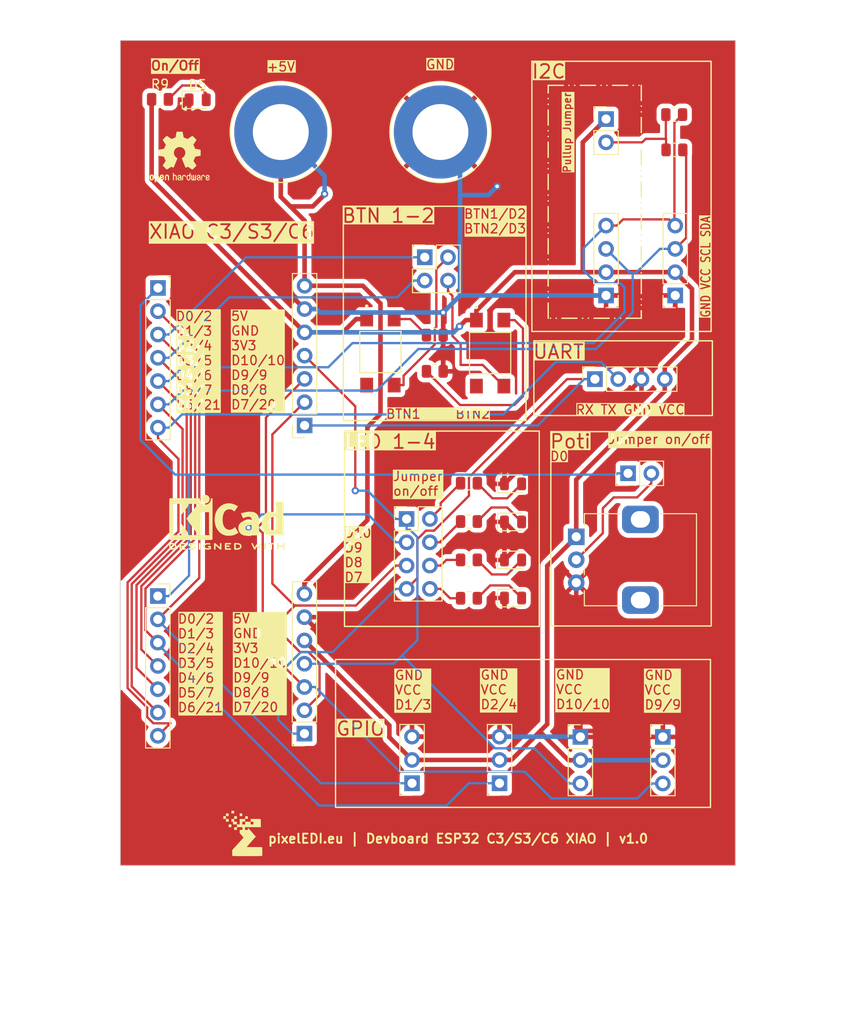
<source format=kicad_pcb>
(kicad_pcb (version 20240108) (generator "pcbnew") (generator_version "8.0")
  (title_block (title "pixelDEVBOARD für ATtiny x14") (date "2024-04-02") (rev "1.3") (company "pixelEDI.eu"))
  (layers (0 "F.Cu" signal) (31 "B.Cu" signal) (34 "B.Paste" user) (35 "F.Paste" user) (36 "B.SilkS" user "B.Silkscreen") (37 "F.SilkS" user "F.Silkscreen") (38 "B.Mask" user) (39 "F.Mask" user) (44 "Edge.Cuts" user))
  (net 0 "")
  (net 2 "D0")
  (net 4 "Net-(D1-A)")
  (net 5 "Net-(D2-A)")
  (net 6 "Net-(D3-A)")
  (net 7 "Net-(D4-A)")
  (net 8 "D4")
  (net 9 "D5")
  (net 10 "Net-(D5-A)")
  (net 11 "Button2")
  (net 12 "Button1")
  (net 13 "D1")
  (net 14 "D6")
  (net 15 "D10")
  (net 16 "D8")
  (net 17 "D9")
  (net 18 "+5V")
  (net 19 "D7")
  (net 20 "Net-(J9-Pin_2)")
  (net 21 "Net-(J13-Pin_2)")
  (net 22 "Net-(J13-Pin_4)")
  (net 23 "Net-(J14-Pin_4)")
  (net 24 "Net-(J14-Pin_2)")
  (net 25 "Net-(J14-Pin_8)")
  (net 26 "Net-(J14-Pin_6)")
  (net 27 "Net-(J17-Pin_2)")
  (net 28 "Net-(R3-Pad1)")
  (net 29 "Net-(R4-Pad1)")
  (net 30 "GND")
  (net 31 "+3.3V")
  (footprint "Connector_PinSocket_2.54mm:PinSocket_1x04_P2.54mm_Vertical" (layer "F.Cu") (at 87.121 57.311 90)
    (property "Reference" "J12" (hide yes))
    (property "Value" "Conn_01x04_Socket" (hide yes))
  )
  (footprint "Connector_PinHeader_2.54mm:PinHeader_2x04_P2.54mm_Vertical" (layer "F.Cu") (at 66.571 72.566)
    (property "Reference" "J14" (hide yes))
    (property "Value" "Conn_02x04_Odd_Even" (hide yes))
  )
  (footprint "Connector_PinHeader_2.54mm:PinHeader_1x02_P2.54mm_Vertical" (layer "F.Cu") (at 88.336 28.946)
    (property "Reference" "J9" (hide yes))
    (property "Value" "Conn_01x02_Pin" (hide yes))
  )
  (footprint "Connector_PinSocket_2.54mm:PinSocket_1x07_P2.54mm_Vertical" (layer "F.Cu") (at 39.418 80.973)
    (property "Reference" "J2" (hide yes))
    (property "Value" "Conn_01x07_Socket" (hide yes))
  )
  (footprint "Connector_PinSocket_2.54mm:PinSocket_1x07_P2.54mm_Vertical" (layer "F.Cu") (at 55.436 62.366 180)
    (property "Reference" "J3" (hide yes))
    (property "Value" "Conn_01x07_Socket" (hide yes))
  )
  (footprint "Connector_PinSocket_2.54mm:PinSocket_1x07_P2.54mm_Vertical" (layer "F.Cu") (at 55.418 95.973 180)
    (property "Reference" "J4" (hide yes))
    (property "Value" "Conn_01x07_Socket" (hide yes))
  )
  (footprint "Resistor_SMD:R_0805_2012Metric" (layer "F.Cu") (at 39.6535 26.801)
    (property "Reference" "R9")
    (property "Value" "110" (hide yes))
  )
  (footprint "Connector_PinHeader_2.54mm:PinHeader_1x04_P2.54mm_Vertical" (layer "F.Cu") (at 88.336 48.186 180)
    (property "Reference" "J6" (hide yes))
    (property "Value" "Conn_01x04_Socket" (hide yes))
  )
  (footprint "LED_SMD:LED_0805_2012Metric" (layer "F.Cu") (at 78.186 77.036)
    (property "Reference" "D3" (hide yes))
    (property "Value" "LED" (hide yes))
  )
  (footprint "Resistor_SMD:R_0805_2012Metric" (layer "F.Cu") (at 73.3735 68.661)
    (property "Reference" "R5" (hide yes))
    (property "Value" "100" (hide yes))
  )
  (footprint "LED_SMD:LED_0805_2012Metric" (layer "F.Cu") (at 43.7635 26.846)
    (property "Reference" "D5")
    (property "Value" "LED" (hide yes))
  )
  (footprint "Resistor_SMD:R_0805_2012Metric" (layer "F.Cu") (at 73.3735 81.211)
    (property "Reference" "R8" (hide yes))
    (property "Value" "100" (hide yes))
  )
  (footprint "Connector_PinSocket_2.54mm:PinSocket_1x03_P2.54mm_Vertical" (layer "F.Cu") (at 76.711 101.386 180)
    (property "Reference" "J11" (hide yes))
    (property "Value" "Conn_01x03_Socket" (hide yes))
  )
  (footprint "Connector_PinHeader_2.54mm:PinHeader_1x02_P2.54mm_Vertical" (layer "F.Cu") (at 90.736 67.586 90)
    (property "Reference" "J17" (hide yes))
    (property "Value" "Conn_01x02_Pin" (hide yes))
  )
  (footprint "TL3305AF160QG:SW_TL3305AF160QG" (layer "F.Cu") (at 75.686 54.4735 -90)
    (property "Reference" "S2" (hide yes))
    (property "Value" "Button" (hide yes))
  )
  (footprint "Connector_PinSocket_2.54mm:PinSocket_1x07_P2.54mm_Vertical" (layer "F.Cu") (at 39.436 47.366)
    (property "Reference" "J1" (hide yes))
    (property "Value" "Conn_01x07_Socket" (hide yes))
  )
  (footprint "Potentiometer_THT:Potentiometer_Alps_RK09K_Single_Vertical" (layer "F.Cu") (at 85.086 74.511)
    (property "Reference" "RV1" (hide yes))
    (property "Value" "R_Potentiometer" (hide yes))
  )
  (footprint "Resistor_SMD:R_0805_2012Metric" (layer "F.Cu") (at 69.6485 56.461)
    (property "Reference" "R3" (hide yes))
    (property "Value" "10k" (hide yes))
  )
  (footprint "Resistor_SMD:R_0805_2012Metric" (layer "F.Cu") (at 69.6485 52.511)
    (property "Reference" "R4" (hide yes))
    (property "Value" "10k" (hide yes))
  )
  (footprint "Connector:Banana_Jack_1Pin" (layer "F.Cu") (at 70.261 30.361)
    (property "Reference" "J16" (hide yes))
    (property "Value" "Conn_01x01_Socket" (hide yes))
  )
  (footprint "LED_SMD:LED_0805_2012Metric" (layer "F.Cu") (at 78.186 68.736)
    (property "Reference" "D1" (hide yes))
    (property "Value" "LED" (hide yes))
  )
  (footprint "TL3305AF160QG:SW_TL3305AF160QG" (layer "F.Cu") (at 63.711 54.361 -90)
    (property "Reference" "S1" (hide yes))
    (property "Value" "Button" (hide yes))
  )
  (footprint "Symbol:OSHW-Logo2_7.3x6mm_SilkScreen" (layer "F.Cu") (at 41.793 33.088)
    (property "Reference" "REF**" (hide yes))
    (property "Value" "OSHW-Logo2_7.3x6mm_SilkScreen" (hide yes))
  )
  (footprint "Connector_PinSocket_2.54mm:PinSocket_1x03_P2.54mm_Vertical" (layer "F.Cu") (at 67.161 101.386 180)
    (property "Reference" "J8" (hide yes))
    (property "Value" "Conn_01x03_Socket" (hide yes))
  )
  (footprint "LED_SMD:LED_0805_2012Metric" (layer "F.Cu") (at 78.186 72.886)
    (property "Reference" "D2" (hide yes))
    (property "Value" "LED" (hide yes))
  )
  (footprint "Connector:Banana_Jack_1Pin" (layer "F.Cu") (at 52.836 30.361)
    (property "Reference" "J15" (hide yes))
    (property "Value" "Conn_01x01_Socket" (hide yes))
  )
  (footprint "Resistor_SMD:R_0805_2012Metric" (layer "F.Cu") (at 95.7985 32.311)
    (property "Reference" "R2" (hide yes))
    (property "Value" "4.7k" (hide yes))
  )
  (footprint "Connector_PinHeader_2.54mm:PinHeader_1x03_P2.54mm_Vertical" (layer "F.Cu") (at 94.536 96.336)
    (property "Reference" "J10" (hide yes))
    (property "Value" "Conn_01x03_Pin" (hide yes))
  )
  (footprint "LED_SMD:LED_0805_2012Metric" (layer "F.Cu") (at 78.186 81.186)
    (property "Reference" "D4" (hide yes))
    (property "Value" "LED" (hide yes))
  )
  (footprint "Resistor_SMD:R_0805_2012Metric" (layer "F.Cu") (at 73.3735 77.0277)
    (property "Reference" "R7" (hide yes))
    (property "Value" "100" (hide yes))
  )
  (footprint "Resistor_SMD:R_0805_2012Metric" (layer "F.Cu") (at 95.7735 28.461)
    (property "Reference" "R1" (hide yes))
    (property "Value" "4.7k" (hide yes))
  )
  (footprint "pixelEDIlogo:logo" (layer "F.Cu") (at 48.893 106.863)
    (property "Reference" "G***" (hide yes))
    (property "Value" "LOGO" (hide yes))
  )
  (footprint "Symbol:KiCad-Logo2_5mm_SilkScreen" (layer "F.Cu") (at 46.943 72.913)
    (property "Reference" "REF**" (hide yes))
    (property "Value" "KiCad-Logo2_5mm_SilkScreen" (hide yes))
  )
  (footprint "Connector_PinSocket_2.54mm:PinSocket_1x04_P2.54mm_Vertical" (layer "F.Cu") (at 95.886 48.186 180)
    (property "Reference" "J5" (hide yes))
    (property "Value" "Conn_01x04_Socket" (hide yes))
  )
  (footprint "Resistor_SMD:R_0805_2012Metric" (layer "F.Cu") (at 73.3735 72.8443)
    (property "Reference" "R6" (hide yes))
    (property "Value" "100" (hide yes))
  )
  (footprint "Connector_PinHeader_2.54mm:PinHeader_1x03_P2.54mm_Vertical" (layer "F.Cu") (at 85.536 96.336)
    (property "Reference" "J7" (hide yes))
    (property "Value" "Conn_01x03_Pin" (hide yes))
  )
  (footprint "Connector_PinHeader_2.54mm:PinHeader_2x02_P2.54mm_Vertical" (layer "F.Cu") (at 68.546 44.021)
    (property "Reference" "J13" (hide yes))
    (property "Value" "Conn_02x02_Odd_Even" (hide yes))
  )
  (gr_rect (start 59.661 38.461) (end 79.6 61.829) (stroke (width 0.15)) (fill none) (layer "F.SilkS"))
  (gr_rect (start 82.311 63.036) (end 99.8135 84.235568) (stroke (width 0.15)) (fill none) (layer "F.SilkS"))
  (gr_rect (start 80.243 22.648) (end 99.801 52.112) (stroke (width 0.15)) (fill none) (layer "F.SilkS"))
  (gr_rect (start 58.815 87.889) (end 99.731 104.018) (stroke (width 0.15)) (fill none) (layer "F.SilkS"))
  (gr_rect (start 59.788 62.979) (end 81.0465 84.282568) (stroke (width 0.15)) (fill none) (layer "F.SilkS"))
  (gr_rect (start 82.021 25.271) (end 92.181 50.671) (stroke (width 0.15) (type dash_dot_dot)) (fill none) (layer "F.SilkS"))
  (gr_rect (start 80.461 53.136) (end 99.9405 61.281568) (stroke (width 0.15)) (fill none) (layer "F.SilkS"))
  (gr_rect (start 35.318 20.363) (end 102.463 110.363) (stroke (width 0.1)) (fill none) (layer "Edge.Cuts"))
  (gr_text "GND VCC SCL SDA" (at 99.801 50.671 90) (layer "F.SilkS" knockout) (effects (font (size 1 0.8)) (justify left bottom)))
  (gr_text "BTN1/D2\nBTN2/D3" (at 72.743 41.488 0) (layer "F.SilkS" knockout) (effects (font (size 1 1)) (justify left bottom)))
  (gr_text "GND" (at 68.611 23.586 0) (layer "F.SilkS" knockout) (effects (font (size 1 1)) (justify left bottom)))
  (gr_text "D0/2\nD1/3\nD2/4\nD3/5\nD4/6\nD5/7\nD6/21" (at 41.294 60.709 0) (layer "F.SilkS" knockout) (effects (font (size 1 1)) (justify left bottom)))
  (gr_text "D0/2\nD1/3\nD2/4\nD3/5\nD4/6\nD5/7\nD6/21" (at 41.511 93.711 0) (layer "F.SilkS" knockout) (effects (font (size 1 1)) (justify left bottom)))
  (gr_text "LED 1-4" (at 59.661 65.011 0) (layer "F.SilkS" knockout) (effects (font (size 1.5 1.5) (thickness 0.2) (bold yes)) (justify left bottom)))
  (gr_text "5V\nGND\n3V3\nD10/10\nD9/9\nD8/8\nD7/20" (at 47.329 60.684 0) (layer "F.SilkS" knockout) (effects (font (size 1 1)) (justify left bottom)))
  (gr_text "GND\nVCC\nD9/9" (at 92.461 93.411 0) (layer "F.SilkS" knockout) (effects (font (size 1 1)) (justify left bottom)))
  (gr_text "Pullup Jumper" (at 84.561 34.889 90) (layer "F.SilkS" knockout) (effects (font (size 0.8 0.8)) (justify left bottom)))
  (gr_text "GPIO " (at 58.761 96.311 0) (layer "F.SilkS" knockout) (effects (font (size 1.5 1.5) (thickness 0.2) (bold yes)) (justify left bottom)))
  (gr_text "Poti" (at 82.1055 64.986 0) (layer "F.SilkS" knockout) (effects (font (size 1.5 1.5) (thickness 0.2) (bold yes)) (justify left bottom)))
  (gr_text "D0" (at 82.1385 66.317 0) (layer "F.SilkS" knockout) (effects (font (size 1 1)) (justify left bottom)))
  (gr_text "Jumper\non/off\n" (at 65.011 70.108568 0) (layer "F.SilkS" knockout) (effects (font (size 1 1)) (justify left bottom)))
  (gr_text "UART" (at 80.2555 55.203136 0) (layer "F.SilkS" knockout) (effects (font (size 1.5 1.5) (thickness 0.2) (bold yes)) (justify left bottom)))
  (gr_text "RX TX GND VCC" (at 84.942 61.232136 0) (layer "F.SilkS" knockout) (effects (font (size 1 1)) (justify left bottom)))
  (gr_text "GND\nVCC\nD1/3" (at 65.211 93.411 0) (layer "F.SilkS" knockout) (effects (font (size 1 1)) (justify left bottom)))
  (gr_text "BTN 1-2" (at 59.407 40.366 0) (layer "F.SilkS" knockout) (effects (font (size 1.5 1.5) (thickness 0.2) (bold yes)) (justify left bottom)))
  (gr_text "D10\nD9\nD8\nD7" (at 59.7095 79.506568 0) (layer "F.SilkS" knockout) (effects (font (size 1 1)) (justify left bottom)))
  (gr_text "pixelEDI.eu | Devboard ESP32 C3/S3/C6 XIAO | v1.0\n" (at 51.343 108.013 0) (layer "F.SilkS") (effects (font (size 1 1) (thickness 0.2) (bold yes)) (justify left bottom)))
  (gr_text "XIAO C3/S3/C6" (at 47.486 42.111 0) (layer "F.SilkS" knockout) (effects (font (size 1.5 1.5) (thickness 0.2) (bold yes)) (justify bottom)))
  (gr_text "GND\nVCC\nD2/4" (at 74.561 93.386 0) (layer "F.SilkS" knockout) (effects (font (size 1 1)) (justify left bottom)))
  (gr_text "I2C" (at 80.116 24.641 0) (layer "F.SilkS" knockout) (effects (font (size 1.5 1.5) (thickness 0.2) (bold yes)) (justify left bottom)))
  (gr_text "+5V\n" (at 51.236 23.836 0) (layer "F.SilkS" knockout) (effects (font (size 1 1)) (justify left bottom)))
  (gr_text "BTN1     BTN2" (at 64.233 61.702 0) (layer "F.SilkS" knockout) (effects (font (size 1 1)) (justify left bottom)))
  (gr_text "5V\nGND\n3V3\nD10/10\nD9/9\nD8/8\nD7/20" (at 47.546 93.686 0) (layer "F.SilkS" knockout) (effects (font (size 1 1)) (justify left bottom)))
  (gr_text "On/Off" (at 38.561 23.711 0) (layer "F.SilkS" knockout) (effects (font (size 1 1) (thickness 0.2) (bold yes)) (justify left bottom)))
  (gr_text "Jumper on/off\n" (at 88.511 64.461 0) (layer "F.SilkS" knockout) (effects (font (size 1 1)) (justify left bottom)))
  (gr_text "GND\nVCC\nD10/10" (at 82.786 93.361 0) (layer "F.SilkS" knockout) (effects (font (size 1 1)) (justify left bottom)))
  (segment (start 39.418 80.973) (end 40.5947 80.973) (width 0.25) (layer "B.Cu") (net 2))
  (segment (start 37.518 49.284) (end 37.518 63.938) (width 0.25) (layer "B.Cu") (net 2))
  (segment (start 42.8305 78.7372) (end 40.5947 80.973) (width 0.25) (layer "B.Cu") (net 2))
  (segment (start 41.3042 67.7242) (end 42.8305 67.7242) (width 0.25) (layer "B.Cu") (net 2))
  (segment (start 90.736 67.586) (end 89.5593 67.586) (width 0.25) (layer "B.Cu") (net 2))
  (segment (start 89.4211 67.7242) (end 89.5593 67.586) (width 0.25) (layer "B.Cu") (net 2))
  (segment (start 42.8305 67.7242) (end 89.4211 67.7242) (width 0.25) (layer "B.Cu") (net 2))
  (segment (start 37.518 63.938) (end 41.3042 67.7242) (width 0.25) (layer "B.Cu") (net 2))
  (segment (start 42.8305 67.7242) (end 42.8305 78.7372) (width 0.25) (layer "B.Cu") (net 2))
  (segment (start 39.436 47.366) (end 37.518 49.284) (width 0.25) (layer "B.Cu") (net 2))
  (segment (start 79.1235 68.736) (end 77.5465 70.313) (width 0.25) (layer "F.Cu") (net 4))
  (segment (start 75.938 70.313) (end 74.286 68.661) (width 0.25) (layer "F.Cu") (net 4))
  (segment (start 77.5465 70.313) (end 75.938 70.313) (width 0.25) (layer "F.Cu") (net 4))
  (segment (start 75.8173 71.313) (end 74.286 72.8443) (width 0.25) (layer "F.Cu") (net 5))
  (segment (start 77.5505 71.313) (end 75.8173 71.313) (width 0.25) (layer "F.Cu") (net 5))
  (segment (start 79.1235 72.886) (end 77.5505 71.313) (width 0.25) (layer "F.Cu") (net 5))
  (segment (start 79.1235 77.036) (end 77.5465 78.613) (width 0.25) (layer "F.Cu") (net 6))
  (segment (start 77.5465 78.613) (end 75.8713 78.613) (width 0.25) (layer "F.Cu") (net 6))
  (segment (start 75.8713 78.613) (end 74.286 77.0277) (width 0.25) (layer "F.Cu") (net 6))
  (segment (start 75.684 79.813) (end 74.286 81.211) (width 0.25) (layer "F.Cu") (net 7))
  (segment (start 77.7505 79.813) (end 75.684 79.813) (width 0.25) (layer "F.Cu") (net 7))
  (segment (start 79.1235 81.186) (end 77.7505 79.813) (width 0.25) (layer "F.Cu") (net 7))
  (segment (start 95.7985 29.3485) (end 96.686 28.461) (width 0.25) (layer "F.Cu") (net 8))
  (segment (start 95.886 40.566) (end 95.7985 40.4785) (width 0.25) (layer "F.Cu") (net 8))
  (segment (start 37.093 79.778) (end 42.568 74.303) (width 0.25) (layer "F.Cu") (net 8))
  (segment (start 37.093 88.808) (end 37.093 79.778) (width 0.25) (layer "F.Cu") (net 8))
  (segment (start 42.568 74.303) (end 42.568 60.658) (width 0.25) (layer "F.Cu") (net 8))
  (segment (start 95.7985 40.4785) (end 95.7985 29.3485) (width 0.25) (layer "F.Cu") (net 8))
  (segment (start 90.1886 39.8901) (end 89.5127 40.566) (width 0.25) (layer "F.Cu") (net 8))
  (segment (start 42.568 60.658) (end 39.436 57.526) (width 0.25) (layer "F.Cu") (net 8))
  (segment (start 95.2101 39.8901) (end 90.1886 39.8901) (width 0.25) (layer "F.Cu") (net 8))
  (segment (start 89.5127 40.566) (end 88.336 40.566) (width 0.25) (layer "F.Cu") (net 8))
  (segment (start 39.418 91.133) (end 37.093 88.808) (width 0.25) (layer "F.Cu") (net 8))
  (segment (start 95.886 40.566) (end 95.2101 39.8901) (width 0.25) (layer "F.Cu") (net 8))
  (segment (start 90.343 50.013) (end 86.9748 53.3812) (width 0.25) (layer "B.Cu") (net 8))
  (segment (start 40.6127 57.526) (end 39.436 57.526) (width 0.25) (layer "B.Cu") (net 8))
  (segment (start 60.6604 53.3812) (end 58.0256 56.016) (width 0.25) (layer "B.Cu") (net 8))
  (segment (start 90.343 47.313) (end 90.343 50.013) (width 0.25) (layer "B.Cu") (net 8))
  (segment (start 87.293 46.863) (end 89.893 46.863) (width 0.25) (layer "B.Cu") (net 8))
  (segment (start 85.893 45.463) (end 87.293 46.863) (width 0.25) (layer "B.Cu") (net 8))
  (segment (start 42.1227 56.016) (end 40.6127 57.526) (width 0.25) (layer "B.Cu") (net 8))
  (segment (start 58.0256 56.016) (end 42.1227 56.016) (width 0.25) (layer "B.Cu") (net 8))
  (segment (start 88.336 40.566) (end 85.893 43.009) (width 0.25) (layer "B.Cu") (net 8))
  (segment (start 86.9748 53.3812) (end 60.6604 53.3812) (width 0.25) (layer "B.Cu") (net 8))
  (segment (start 89.893 46.863) (end 90.343 47.313) (width 0.25) (layer "B.Cu") (net 8))
  (segment (start 85.893 43.009) (end 85.893 45.463) (width 0.25) (layer "B.Cu") (net 8))
  (segment (start 36.568 90.823) (end 36.568 79.666604) (width 0.25) (layer "F.Cu") (net 9))
  (segment (start 97.0759 41.9161) (end 97.0759 32.6759) (width 0.25) (layer "F.Cu") (net 9))
  (segment (start 42.118 74.116604) (end 42.118 62.748) (width 0.25) (layer "F.Cu") (net 9))
  (segment (start 39.418 93.673) (end 36.568 90.823) (width 0.25) (layer "F.Cu") (net 9))
  (segment (start 42.118 62.748) (end 39.436 60.066) (width 0.25) (layer "F.Cu") (net 9))
  (segment (start 95.886 43.106) (end 97.0759 41.9161) (width 0.25) (layer "F.Cu") (net 9))
  (segment (start 36.568 79.666604) (end 42.118 74.116604) (width 0.25) (layer "F.Cu") (net 9))
  (segment (start 97.0759 32.6759) (end 96.711 32.311) (width 0.25) (layer "F.Cu") (net 9))
  (segment (start 42.1227 58.556) (end 63.3162 58.556) (width 0.25) (layer "B.Cu") (net 9))
  (segment (start 91.243 45.663) (end 90.893 45.663) (width 0.25) (layer "B.Cu") (net 9))
  (segment (start 87.2598 54.0212) (end 91.243 50.038) (width 0.25) (layer "B.Cu") (net 9))
  (segment (start 91.243 50.038) (end 91.243 45.663) (width 0.25) (layer "B.Cu") (net 9))
  (segment (start 95.886 43.106) (end 94.225 43.106) (width 0.25) (layer "B.Cu") (net 9))
  (segment (start 90.893 45.663) (end 88.336 43.106) (width 0.25) (layer "B.Cu") (net 9))
  (segment (start 94.225 43.106) (end 91.668 45.663) (width 0.25) (layer "B.Cu") (net 9))
  (segment (start 40.6127 60.066) (end 42.1227 58.556) (width 0.25) (layer "B.Cu") (net 9))
  (segment (start 39.436 60.066) (end 40.6127 60.066) (width 0.25) (layer "B.Cu") (net 9))
  (segment (start 67.851 54.0212) (end 87.2598 54.0212) (width 0.25) (layer "B.Cu") (net 9))
  (segment (start 91.668 45.663) (end 91.243 45.663) (width 0.25) (layer "B.Cu") (net 9))
  (segment (start 63.3162 58.556) (end 67.851 54.0212) (width 0.25) (layer "B.Cu") (net 9))
  (segment (start 44.701 26.171) (end 43.818 25.288) (width 0.25) (layer "F.Cu") (net 10))
  (segment (start 42.079 25.288) (end 40.566 26.801) (width 0.25) (layer "F.Cu") (net 10))
  (segment (start 43.818 25.288) (end 42.079 25.288) (width 0.25) (layer "F.Cu") (net 10))
  (segment (start 44.701 26.846) (end 44.701 26.171) (width 0.25) (layer "F.Cu") (net 10))
  (segment (start 39.418 88.593) (end 37.618 86.793) (width 0.25) (layer "F.Cu") (net 11))
  (segment (start 43.018 74.4939) (end 43.018 58.568) (width 0.25) (layer "F.Cu") (net 11))
  (segment (start 37.618 86.793) (end 37.618 79.8939) (width 0.25) (layer "F.Cu") (net 11))
  (segment (start 43.018 58.568) (end 39.436 54.986) (width 0.25) (layer "F.Cu") (net 11))
  (segment (start 37.618 79.8939) (end 43.018 74.4939) (width 0.25) (layer "F.Cu") (net 11))
  (segment (start 65.5343 48.396) (end 47.2027 48.396) (width 0.25) (layer "B.Cu") (net 11))
  (segment (start 68.546 46.561) (end 67.3693 46.561) (width 0.25) (layer "B.Cu") (net 11))
  (segment (start 67.3693 46.561) (end 65.5343 48.396) (width 0.25) (layer "B.Cu") (net 11))
  (segment (start 47.2027 48.396) (end 40.6127 54.986) (width 0.25) (layer "B.Cu") (net 11))
  (segment (start 39.436 54.986) (end 40.6127 54.986) (width 0.25) (layer "B.Cu") (net 11))
  (segment (start 39.418 86.053) (end 38.068 84.703) (width 0.25) (layer "F.Cu") (net 12))
  (segment (start 43.493 74.7286) (end 43.493 56.503) (width 0.25) (layer "F.Cu") (net 12))
  (segment (start 38.068 84.703) (end 38.068 80.1536) (width 0.25) (layer "F.Cu") (net 12))
  (segment (start 43.493 56.503) (end 39.436 52.446) (width 0.25) (layer "F.Cu") (net 12))
  (segment (start 38.068 80.1536) (end 43.493 74.7286) (width 0.25) (layer "F.Cu") (net 12))
  (segment (start 73.3697 101.386) (end 76.711 101.386) (width 0.25) (layer "B.Cu") (net 12))
  (segment (start 39.418 86.053) (end 39.418 86.213) (width 0.25) (layer "B.Cu") (net 12))
  (segment (start 49.0377 44.021) (end 40.6127 52.446) (width 0.25) (layer "B.Cu") (net 12))
  (segment (start 39.418 86.213) (end 57.018 103.813) (width 0.25) (layer "B.Cu") (net 12))
  (segment (start 39.436 52.446) (end 40.6127 52.446) (width 0.25) (layer "B.Cu") (net 12))
  (segment (start 57.018 103.813) (end 70.9427 103.813) (width 0.25) (layer "B.Cu") (net 12))
  (segment (start 68.546 44.021) (end 49.0377 44.021) (width 0.25) (layer "B.Cu") (net 12))
  (segment (start 70.9427 103.813) (end 73.3697 101.386) (width 0.25) (layer "B.Cu") (net 12))
  (segment (start 39.418 83.513) (end 43.943 78.988) (width 0.25) (layer "F.Cu") (net 13))
  (segment (start 43.943 54.413) (end 39.436 49.906) (width 0.25) (layer "F.Cu") (net 13))
  (segment (start 43.943 78.988) (end 43.943 54.413) (width 0.25) (layer "F.Cu") (net 13))
  (segment (start 67.161 101.386) (end 57.216 101.386) (width 0.25) (layer "B.Cu") (net 13))
  (segment (start 57.216 101.386) (end 39.418 83.588) (width 0.25) (layer "B.Cu") (net 13))
  (segment (start 39.418 83.588) (end 39.418 83.513) (width 0.25) (layer "B.Cu") (net 13))
  (segment (start 38.931299 94.848) (end 38.243 94.159701) (width 0.25) (layer "F.Cu") (net 14))
  (segment (start 38.243 93.186299) (end 38.268951 93.160347) (width 0.25) (layer "F.Cu") (net 14))
  (segment (start 38.243 94.159701) (end 38.243 93.186299) (width 0.25) (layer "F.Cu") (net 14))
  (segment (start 36.118 79.480208) (end 41.668 73.930208) (width 0.25) (layer "F.Cu") (net 14))
  (segment (start 38.268951 93.160347) (end 36.118 91.009396) (width 0.25) (layer "F.Cu") (net 14))
  (segment (start 40.783 94.848) (end 38.931299 94.848) (width 0.25) (layer "F.Cu") (net 14))
  (segment (start 41.668 66.0147) (end 39.436 63.7827) (width 0.25) (layer "F.Cu") (net 14))
  (segment (start 39.418 96.213) (end 40.783 94.848) (width 0.25) (layer "F.Cu") (net 14))
  (segment (start 41.668 73.930208) (end 41.668 66.0147) (width 0.25) (layer "F.Cu") (net 14))
  (segment (start 36.118 91.009396) (end 36.118 79.480208) (width 0.25) (layer "F.Cu") (net 14))
  (segment (start 39.436 63.7827) (end 39.436 62.606) (width 0.25) (layer "F.Cu") (net 14))
  (segment (start 87.788 55.438) (end 82.8463 55.438) (width 0.25) (layer "B.Cu") (net 14))
  (segment (start 82.8463 55.438) (end 77.1231 61.1612) (width 0.25) (layer "B.Cu") (net 14))
  (segment (start 77.1231 61.1612) (end 42.0575 61.1612) (width 0.25) (layer "B.Cu") (net 14))
  (segment (start 40.6127 62.606) (end 39.436 62.606) (width 0.25) (layer "B.Cu") (net 14))
  (segment (start 89.661 57.311) (end 87.788 55.438) (width 0.25) (layer "B.Cu") (net 14))
  (segment (start 42.0575 61.1612) (end 40.6127 62.606) (width 0.25) (layer "B.Cu") (net 14))
  (segment (start 60.9678 60.2778) (end 60.9678 69.478) (width 0.25) (layer "F.Cu") (net 15))
  (segment (start 55.436 54.746) (end 60.9678 60.2778) (width 0.25) (layer "F.Cu") (net 15))
  (via (at 60.9678 69.478) (size 0.8) (drill 0.4) (layers "F.Cu" "B.Cu") (net 15))
  (segment (start 85.536 101.416) (end 84.3593 101.416) (width 0.25) (layer "B.Cu") (net 15))
  (segment (start 84.3593 101.416) (end 80.5193 97.576) (width 0.25) (layer "B.Cu") (net 15))
  (segment (start 62.3063 69.478) (end 65.3943 72.566) (width 0.25) (layer "B.Cu") (net 15))
  (segment (start 66.9388 73.7427) (end 66.571 73.7427) (width 0.25) (layer "B.Cu") (net 15))
  (segment (start 66.0855 87.4416) (end 67.7477 85.7794) (width 0.25) (layer "B.Cu") (net 15))
  (segment (start 60.9678 69.478) (end 62.3063 69.478) (width 0.25) (layer "B.Cu") (net 15))
  (segment (start 80.5193 97.576) (end 76.2199 97.576) (width 0.25) (layer "B.Cu") (net 15))
  (segment (start 67.7477 85.7794) (end 67.7477 74.5516) (width 0.25) (layer "B.Cu") (net 15))
  (segment (start 66.571 72.566) (end 65.3943 72.566) (width 0.25) (layer "B.Cu") (net 15))
  (segment (start 76.2199 97.576) (end 66.0855 87.4416) (width 0.25) (layer "B.Cu") (net 15))
  (segment (start 67.7477 74.5516) (end 66.9388 73.7427) (width 0.25) (layer "B.Cu") (net 15))
  (segment (start 66.571 72.566) (end 66.571 73.7427) (width 0.25) (layer "B.Cu") (net 15))
  (segment (start 56.5947 88.353) (end 65.1741 88.353) (width 0.25) (layer "B.Cu") (net 15))
  (segment (start 55.418 88.353) (end 56.5947 88.353) (width 0.25) (layer "B.Cu") (net 15))
  (segment (start 65.1741 88.353) (end 66.0855 87.4416) (width 0.25) (layer "B.Cu") (net 15))
  (segment (start 54.9426 87.083) (end 53.243 85.3834) (width 0.25) (layer "F.Cu") (net 16))
  (segment (start 54.9439 82.003) (end 61.0373 82.003) (width 0.25) (layer "F.Cu") (net 16))
  (segment (start 57.068 88.3087) (end 55.8423 87.083) (width 0.25) (layer "F.Cu") (net 16))
  (segment (start 66.571 77.646) (end 65.3943 77.646) (width 0.25) (layer "F.Cu") (net 16))
  (segment (start 61.0373 82.003) (end 65.3943 77.646) (width 0.25) (layer "F.Cu") (net 16))
  (segment (start 55.8423 87.083) (end 54.9426 87.083) (width 0.25) (layer "F.Cu") (net 16))
  (segment (start 51.918 63.344) (end 51.918 79.613) (width 0.25) (layer "F.Cu") (net 16))
  (segment (start 55.418 93.433) (end 57.068 91.783) (width 0.25) (layer "F.Cu") (net 16))
  (segment (start 53.243 83.138) (end 54.378 82.003) (width 0.25) (layer "F.Cu") (net 16))
  (segment (start 57.068 91.783) (end 57.068 88.3087) (width 0.25) (layer "F.Cu") (net 16))
  (segment (start 51.918 79.613) (end 54.308 82.003) (width 0.25) (layer "F.Cu") (net 16))
  (segment (start 55.436 59.826) (end 51.918 63.344) (width 0.25) (layer "F.Cu") (net 16))
  (segment (start 54.308 82.003) (end 54.9439 82.003) (width 0.25) (layer "F.Cu") (net 16))
  (segment (start 54.378 82.003) (end 54.9439 82.003) (width 0.25) (layer "F.Cu") (net 16))
  (segment (start 53.243 85.3834) (end 53.243 83.138) (width 0.25) (layer "F.Cu") (net 16))
  (segment (start 55.436 57.286) (end 51.218 61.504) (width 0.25) (layer "F.Cu") (net 17))
  (segment (start 50.2803 73.513) (end 51.218 72.5753) (width 0.25) (layer "F.Cu") (net 17))
  (segment (start 49.318 73.513) (end 50.2803 73.513) (width 0.25) (layer "F.Cu") (net 17))
  (segment (start 49.3807 73.4503) (end 49.318 73.513) (width 0.25) (layer "F.Cu") (net 17))
  (segment (start 51.218 61.504) (end 51.218 72.5753) (width 0.25) (layer "F.Cu") (net 17))
  (segment (start 50.868 74.1007) (end 50.2803 73.513) (width 0.25) (layer "F.Cu") (net 17))
  (segment (start 50.868 86.343) (end 50.868 74.1007) (width 0.25) (layer "F.Cu") (net 17))
  (segment (start 55.418 90.893) (end 50.868 86.343) (width 0.25) (layer "F.Cu") (net 17))
  (via (at 49.318 73.513) (size 0.8) (drill 0.4) (layers "F.Cu" "B.Cu") (net 17))
  (segment (start 93.3593 101.416) (end 91.7373 103.038) (width 0.25) (layer "B.Cu") (net 17))
  (segment (start 50.768 72.063) (end 62.3513 72.063) (width 0.25) (layer "B.Cu") (net 17))
  (segment (start 56.5947 90.893) (end 55.418 90.893) (width 0.25) (layer "B.Cu") (net 17))
  (segment (start 65.8178 100.1161) (end 56.5947 90.893) (width 0.25) (layer "B.Cu") (net 17))
  (segment (start 94.536 101.416) (end 93.3593 101.416) (width 0.25) (layer "B.Cu") (net 17))
  (segment (start 49.318 73.513) (end 50.768 72.063) (width 0.25) (layer "B.Cu") (net 17))
  (segment (start 62.3513 72.063) (end 65.3943 75.106) (width 0.25) (layer "B.Cu") (net 17))
  (segment (start 79.4414 100.1161) (end 65.8178 100.1161) (width 0.25) (layer "B.Cu") (net 17))
  (segment (start 82.3633 103.038) (end 79.4414 100.1161) (width 0.25) (layer "B.Cu") (net 17))
  (segment (start 65.3943 75.106) (end 66.571 75.106) (width 0.25) (layer "B.Cu") (net 17))
  (segment (start 91.7373 103.038) (end 82.3633 103.038) (width 0.25) (layer "B.Cu") (net 17))
  (segment (start 62.293 62.538) (end 63.718 61.113) (width 0.5) (layer "F.Cu") (net 18))
  (segment (start 55.436 40.031) (end 55.436 47.126) (width 0.5) (layer "F.Cu") (net 18))
  (segment (start 57.618 37.188) (end 57.618 37.113) (width 0.5) (layer "F.Cu") (net 18))
  (segment (start 53.8805 38.4755) (end 56.3305 38.4755) (width 0.5) (layer "F.Cu") (net 18))
  (segment (start 56.3305 38.4755) (end 57.618 37.188) (width 0.5) (layer "F.Cu") (net 18))
  (segment (start 57.618 37.113) (end 57.693 37.113) (width 0.5) (layer "F.Cu") (net 18))
  (segment (start 52.836 30.361) (end 55.436 32.961) (width 0.25) (layer "F.Cu") (net 18))
  (segment (start 55.418 79.5563) (end 62.293 72.6813) (width 0.5) (layer "F.Cu") (net 18))
  (segment (start 61.781 47.126) (end 55.436 47.126) (width 0.5) (layer "F.Cu") (net 18))
  (segment (start 55.418 80.733) (end 55.418 79.5563) (width 0.5) (layer "F.Cu") (net 18))
  (segment (start 63.718 49.063) (end 61.781 47.126) (width 0.5) (layer "F.Cu") (net 18))
  (segment (start 53.8805 38.4755) (end 55.436 40.031) (width 0.5) (layer "F.Cu") (net 18))
  (segment (start 52.836 30.361) (end 52.836 37.431) (width 0.5) (layer "F.Cu") (net 18))
  (segment (start 63.718 61.113) (end 63.718 49.063) (width 0.5) (layer "F.Cu") (net 18))
  (segment (start 52.836 37.431) (end 53.8805 38.4755) (width 0.5) (layer "F.Cu") (net 18))
  (segment (start 62.293 72.6813) (end 62.293 62.538) (width 0.5) (layer "F.Cu") (net 18))
  (segment (start 57.693 37.113) (end 57.568 37.238) (width 0.5) (layer "F.Cu") (net 18))
  (via (at 57.618 37.113) (size 0.8) (drill 0.4) (layers "F.Cu" "B.Cu") (net 18))
  (segment (start 57.618 37.113) (end 57.618 35.143) (width 0.5) (layer "B.Cu") (net 18))
  (segment (start 57.618 35.143) (end 52.836 30.361) (width 0.5) (layer "B.Cu") (net 18))
  (segment (start 67.7477 74.7685) (end 68.6802 73.836) (width 0.25) (layer "F.Cu") (net 19))
  (segment (start 84.0824 57.311) (end 87.121 57.311) (width 0.25) (layer "F.Cu") (net 19))
  (segment (start 66.571 80.186) (end 67.7477 79.0093) (width 0.25) (layer "F.Cu") (net 19))
  (segment (start 68.6802 73.836) (end 69.5709 73.836) (width 0.25) (layer "F.Cu") (net 19))
  (segment (start 67.7477 79.0093) (end 67.7477 74.7685) (width 0.25) (layer "F.Cu") (net 19))
  (segment (start 73.3735 68.0199) (end 84.0824 57.311) (width 0.25) (layer "F.Cu") (net 19))
  (segment (start 69.5709 73.836) (end 73.3735 70.0334) (width 0.25) (layer "F.Cu") (net 19))
  (segment (start 73.3735 70.0334) (end 73.3735 68.0199) (width 0.25) (layer "F.Cu") (net 19))
  (segment (start 65.3943 80.186) (end 66.571 80.186) (width 0.25) (layer "B.Cu") (net 19))
  (segment (start 52.568 89.5352) (end 55.0202 87.083) (width 0.25) (layer "B.Cu") (net 19))
  (segment (start 80.8893 62.366) (end 55.436 62.366) (width 0.25) (layer "B.Cu") (net 19))
  (segment (start 55.0202 87.083) (end 58.4973 87.083) (width 0.25) (layer "B.Cu") (net 19))
  (segment (start 54.053 95.973) (end 52.568 94.488) (width 0.25) (layer "B.Cu") (net 19))
  (segment (start 58.4973 87.083) (end 65.3943 80.186) (width 0.25) (layer "B.Cu") (net 19))
  (segment (start 52.568 94.488) (end 52.568 89.5352) (width 0.25) (layer "B.Cu") (net 19))
  (segment (start 87.121 57.311) (end 85.9443 57.311) (width 0.25) (layer "B.Cu") (net 19))
  (segment (start 55.418 95.973) (end 54.053 95.973) (width 0.25) (layer "B.Cu") (net 19))
  (segment (start 85.9443 57.311) (end 80.8893 62.366) (width 0.25) (layer "B.Cu") (net 19))
  (segment (start 92.2855 31.486) (end 92.668 31.1035) (width 0.25) (layer "F.Cu") (net 20))
  (segment (start 94.886 32.311) (end 94.886 31.1285) (width 0.25) (layer "F.Cu") (net 20))
  (segment (start 88.336 31.486) (end 92.2855 31.486) (width 0.25) (layer "F.Cu") (net 20))
  (segment (start 94.861 28.461) (end 94.861 31.1035) (width 0.25) (layer "F.Cu") (net 20))
  (segment (start 94.861 31.1035) (end 92.668 31.1035) (width 0.25) (layer "F.Cu") (net 20))
  (segment (start 94.886 31.1285) (end 94.861 31.1035) (width 0.25) (layer "F.Cu") (net 20))
  (segment (start 71.086 44.021) (end 69.816 45.291) (width 0.25) (layer "F.Cu") (net 21))
  (segment (start 69.816 45.291) (end 69.816 51.6163) (width 0.25) (layer "F.Cu") (net 21))
  (segment (start 69.6485 51.7838) (end 69.6485 53.5235) (width 0.25) (layer "F.Cu") (net 21))
  (segment (start 66.2377 57.961) (end 65.211 57.961) (width 0.25) (layer "F.Cu") (net 21))
  (segment (start 69.816 51.6163) (end 69.6485 51.7838) (width 0.25) (layer "F.Cu") (net 21))
  (segment (start 66.2377 56.9343) (end 66.2377 57.961) (width 0.25) (layer "F.Cu") (net 21))
  (segment (start 69.6485 53.5235) (end 66.2377 56.9343) (width 0.25) (layer "F.Cu") (net 21))
  (segment (start 71.086 47.7377) (end 71.5738 48.2255) (width 0.25) (layer "F.Cu") (net 22))
  (segment (start 72.468 53.5072) (end 71.5738 52.613) (width 0.25) (layer "F.Cu") (net 22))
  (segment (start 71.5738 48.2255) (end 71.5738 52.613) (width 0.25) (layer "F.Cu") (net 22))
  (segment (start 77.186 58.0735) (end 74.8755 55.763) (width 0.25) (layer "F.Cu") (net 22))
  (segment (start 74.8755 55.763) (end 72.468 55.763) (width 0.25) (layer "F.Cu") (net 22))
  (segment (start 71.086 46.561) (end 71.086 47.7377) (width 0.25) (layer "F.Cu") (net 22))
  (segment (start 72.468 55.763) (end 72.468 53.5072) (width 0.25) (layer "F.Cu") (net 22))
  (segment (start 69.111 75.106) (end 70.2877 75.106) (width 0.25) (layer "F.Cu") (net 23))
  (segment (start 72.461 72.8443) (end 70.2877 75.0176) (width 0.25) (layer "F.Cu") (net 23))
  (segment (start 70.2877 75.0176) (end 70.2877 75.106) (width 0.25) (layer "F.Cu") (net 23))
  (segment (start 72.461 68.661) (end 70.2885 70.8335) (width 0.25) (layer "F.Cu") (net 24))
  (segment (start 70.2885 71.3885) (end 70.2885 70.8335) (width 0.25) (layer "F.Cu") (net 24))
  (segment (start 69.111 72.566) (end 70.2885 71.3885) (width 0.25) (layer "F.Cu") (net 24))
  (segment (start 72.461 81.211) (end 71.3127 81.211) (width 0.25) (layer "F.Cu") (net 25))
  (segment (start 71.3127 81.211) (end 70.2877 80.186) (width 0.25) (layer "F.Cu") (net 25))
  (segment (start 69.111 80.186) (end 70.2877 80.186) (width 0.25) (layer "F.Cu") (net 25))
  (segment (start 70.906 77.0277) (end 70.2877 77.646) (width 0.25) (layer "F.Cu") (net 26))
  (segment (start 72.461 77.0277) (end 70.906 77.0277) (width 0.25) (layer "F.Cu") (net 26))
  (segment (start 69.111 77.646) (end 70.2877 77.646) (width 0.25) (layer "F.Cu") (net 26))
  (segment (start 85.086 77.011) (end 87.9805 74.1165) (width 0.25) (layer "F.Cu") (net 27))
  (segment (start 93.276 67.586) (end 93.276 68.663) (width 0.25) (layer "F.Cu") (net 27))
  (segment (start 91.726 70.213) (end 89.168 70.213) (width 0.25) (layer "F.Cu") (net 27))
  (segment (start 87.9805 74.1165) (end 87.9805 71.4005) (width 0.25) (layer "F.Cu") (net 27))
  (segment (start 93.276 68.663) (end 91.726 70.213) (width 0.25) (layer "F.Cu") (net 27))
  (segment (start 89.168 70.213) (end 87.9805 71.4005) (width 0.25) (layer "F.Cu") (net 27))
  (segment (start 79.268 51.788) (end 79.268 59.188) (width 0.25) (layer "F.Cu") (net 28))
  (segment (start 77.186 50.8735) (end 78.3535 50.8735) (width 0.25) (layer "F.Cu") (net 28))
  (segment (start 72.413 60.138) (end 68.736 56.461) (width 0.25) (layer "F.Cu") (net 28))
  (segment (start 78.318 60.138) (end 72.413 60.138) (width 0.25) (layer "F.Cu") (net 28))
  (segment (start 79.268 59.188) (end 78.318 60.138) (width 0.25) (layer "F.Cu") (net 28))
  (segment (start 78.3535 50.8735) (end 79.268 51.788) (width 0.25) (layer "F.Cu") (net 28))
  (segment (start 65.211 50.761) (end 66.986 50.761) (width 0.25) (layer "F.Cu") (net 29))
  (segment (start 66.986 50.761) (end 68.736 52.511) (width 0.25) (layer "F.Cu") (net 29))
  (segment (start 81.9812 67.5308) (end 80.0675 67.5308) (width 0.5) (layer "F.Cu") (net 30))
  (segment (start 70.561 56.461) (end 70.561 52.511) (width 0.5) (layer "F.Cu") (net 30))
  (segment (start 76.711 95.0043) (end 77.2485 94.4668) (width 0.5) (layer "F.Cu") (net 30))
  (segment (start 77.2485 77.036) (end 79.0397 75.2448) (width 0.5) (layer "F.Cu") (net 30))
  (segment (start 79.0398 74.6772) (end 77.2485 72.886) (width 0.5) (layer "F.Cu") (net 30))
  (segment (start 79.0398 74.6772) (end 80.0675 73.6495) (width 0.5) (layer "F.Cu") (net 30))
  (segment (start 76.443 36.288) (end 76.188 36.288) (width 0.5) (layer "F.Cu") (net 30))
  (segment (start 76.188 36.288) (end 70.261 30.361) (width 0.5) (layer "F.Cu") (net 30))
  (segment (start 80.543 82.413) (end 80.543 76.7481) (width 0.5) (layer "F.Cu") (net 30))
  (segment (start 94.536 96.336) (end 93.2343 96.336) (width 0.5) (layer "F.Cu") (net 30))
  (segment (start 67.161 96.306) (end 67.161 95.0043) (width 0.5) (layer "F.Cu") (net 30))
  (segment (start 80.0675 73.6495) (end 80.0675 67.5308) (width 0.5) (layer "F.Cu") (net 30))
  (segment (start 41.618 28.054) (end 42.826 26.846) (width 0.5) (layer "F.Cu") (net 30))
  (segment (start 70.561 52.511) (end 70.561 50.046) (width 0.5) (layer "F.Cu") (net 30))
  (segment (start 57.69465 85.54965) (end 57.70635 85.54965) (width 0.5) (layer "F.Cu") (net 30))
  (segment (start 88.336 48.186) (end 89.6377 48.186) (width 0.5) (layer "F.Cu") (net 30))
  (segment (start 80.0675 67.5308) (end 78.4537 67.5308) (width 0.5) (layer "F.Cu") (net 30))
  (segment (start 67.161 96.306) (end 76.711 96.306) (width 0.5) (layer "F.Cu") (net 30))
  (segment (start 79.0397 75.2448) (end 79.0397 74.6773) (width 0.5) (layer "F.Cu") (net 30))
  (segment (start 92.5834 95.6851) (end 93.2343 96.336) (width 0.5) (layer "F.Cu") (net 30))
  (segment (start 80.543 76.7481) (end 79.0397 75.2448) (width 0.5) (layer "F.Cu") (net 30))
  (segment (start 55.418 83.273) (end 57.69465 85.54965) (width 0.5) (layer "F.Cu") (net 30))
  (segment (start 95.886 48.186) (end 95.886 49.4877) (width 0.5) (layer "F.Cu") (net 30))
  (segment (start 95.886 49.4877) (end 94.0435 51.3302) (width 0.5) (layer "F.Cu") (net 30))
  (segment (start 41.618 35.848) (end 41.618 28.054) (width 0.5) (layer "F.Cu") (net 30))
  (segment (start 92.7819 55.4284) (end 92.201 56.0093) (width 0.5) (layer "F.Cu") (net 30))
  (segment (start 92.201 57.311) (end 81.9812 67.5308) (width 0.5) (layer "F.Cu") (net 30))
  (segment (start 55.436 49.666) (end 41.618 35.848) (width 0.5) (layer "F.Cu") (net 30))
  (segment (start 79.918 83.038) (end 80.543 82.413) (width 0.5) (layer "F.Cu") (net 30))
  (segment (start 77.2485 94.4668) (end 77.2485 82.3664) (width 0.5) (layer "F.Cu") (net 30))
  (segment (start 78.4537 67.5308) (end 77.2485 68.736) (width 0.5) (layer "F.Cu") (net 30))
  (segment (start 92.7819 51.3302) (end 89.6377 48.186) (width 0.5) (layer "F.Cu") (net 30))
  (segment (start 85.086 95.2351) (end 85.536 95.6851) (width 0.5) (layer "F.Cu") (net 30))
  (segment (start 85.536 95.6851) (end 92.5834 95.6851) (width 0.5) (layer "F.Cu") (net 30))
  (segment (start 67.161 95.0043) (end 57.70635 85.54965) (width 0.5) (layer "F.Cu") (net 30))
  (segment (start 77.2485 82.3664) (end 77.9201 83.038) (width 0.5) (layer "F.Cu") (net 30))
  (segment (start 85.536 96.336) (end 85.536 95.6851) (width 0.5) (layer "F.Cu") (net 30))
  (segment (start 76.711 96.306) (end 76.711 95.0043) (width 0.5) (layer "F.Cu") (net 30))
  (segment (start 79.0397 74.6773) (end 79.0398 74.6772) (width 0.5) (layer "F.Cu") (net 30))
  (segment (start 85.086 79.511) (end 85.086 95.2351) (width 0.5) (layer "F.Cu") (net 30))
  (segment (start 92.201 57.311) (end 92.201 56.0093) (width 0.5) (layer "F.Cu") (net 30))
  (segment (start 94.0435 51.3302) (end 92.7819 51.3302) (width 0.5) (layer "F.Cu") (net 30))
  (segment (start 77.9201 83.038) (end 79.918 83.038) (width 0.5) (layer "F.Cu") (net 30))
  (segment (start 77.2485 82.3664) (end 77.2485 81.186) (width 0.5) (layer "F.Cu") (net 30))
  (segment (start 92.7819 51.3302) (end 92.7819 55.4284) (width 0.5) (layer "F.Cu") (net 30))
  (via (at 76.443 36.288) (size 0.8) (drill 0.4) (layers "F.Cu" "B.Cu") (net 30))
  (via (at 70.561 50.046) (size 0.8) (drill 0.4) (layers "F.Cu" "B.Cu") (net 30))
  (segment (start 70.561 50.046) (end 57.1177 50.046) (width 0.5) (layer "B.Cu") (net 30))
  (segment (start 55.436 49.666) (end 56.7377 49.666) (width 0.5) (layer "B.Cu") (net 30))
  (segment (start 75.493 37.238) (end 72.4057 37.238) (width 0.5) (layer "B.Cu") (net 30))
  (segment (start 72.4057 48.186) (end 72.4057 48.2013) (width 0.5) (layer "B.Cu") (net 30))
  (segment (start 84.2043 96.306) (end 84.2343 96.336) (width 0.5) (layer "B.Cu") (net 30))
  (segment (start 72.4057 48.186) (end 87.0343 48.186) (width 0.5) (layer "B.Cu") (net 30))
  (segment (start 88.336 48.186) (end 87.0343 48.186) (width 0.5) (layer "B.Cu") (net 30))
  (segment (start 72.4057 48.2013) (end 70.561 50.046) (width 0.5) (layer "B.Cu") (net 30))
  (segment (start 72.4057 37.238) (end 72.4057 48.186) (width 0.5) (layer "B.Cu") (net 30))
  (segment (start 76.711 96.306) (end 84.2043 96.306) (width 0.5) (layer "B.Cu") (net 30))
  (segment (start 57.1177 50.046) (end 56.7377 49.666) (width 0.5) (layer "B.Cu") (net 30))
  (segment (start 85.536 96.336) (end 84.2343 96.336) (width 0.5) (layer "B.Cu") (net 30))
  (segment (start 72.4057 32.5057) (end 72.4057 37.238) (width 0.5) (layer "B.Cu") (net 30))
  (segment (start 76.443 36.288) (end 75.493 37.238) (width 0.5) (layer "B.Cu") (net 30))
  (segment (start 70.261 30.361) (end 72.4057 32.5057) (width 0.5) (layer "B.Cu") (net 30))
  (segment (start 85.086 74.511) (end 85.086 68.2677) (width 0.5) (layer "F.Cu") (net 31))
  (segment (start 94.741 57.311) (end 94.741 58.6127) (width 0.5) (layer "F.Cu") (net 31))
  (segment (start 74.186 49.845) (end 78.385 45.646) (width 0.5) (layer "F.Cu") (net 31))
  (segment (start 74.186 50.8735) (end 74.186 49.845) (width 0.5) (layer "F.Cu") (net 31))
  (segment (start 88.336 45.646) (end 86.9881 45.646) (width 0.5) (layer "F.Cu") (net 31))
  (segment (start 78.385 45.646) (end 85.743 45.646) (width 0.5) (layer "F.Cu") (net 31))
  (segment (start 97.718 53.0323) (end 97.718 47.478) (width 0.5) (layer "F.Cu") (net 31))
  (segment (start 81.1085 95.7502) (end 78.0127 98.846) (width 0.5) (layer "F.Cu") (net 31))
  (segment (start 62.211 50.761) (end 61.0593 50.761) (width 0.5) (layer "F.Cu") (net 31))
  (segment (start 85.793 31.489) (end 85.793 45.596) (width 0.5) (layer "F.Cu") (net 31))
  (segment (start 72.3439 51.5639) (end 73.0343 50.8735) (width 0.5) (layer "F.Cu") (net 31))
  (segment (start 94.741 56.0093) (end 97.718 53.0323) (width 0.5) (layer "F.Cu") (net 31))
  (segment (start 85.793 45.596) (end 85.743 45.646) (width 0.5) (layer "F.Cu") (net 31))
  (segment (start 85.743 45.646) (end 86.9881 45.646) (width 0.5) (layer "F.Cu") (net 31))
  (segment (start 76.711 98.846) (end 75.4093 98.846) (width 0.5) (layer "F.Cu") (net 31))
  (segment (start 85.086 68.2677) (end 94.741 58.6127) (width 0.5) (layer "F.Cu") (net 31))
  (segment (start 84.2343 98.876) (end 81.1085 95.7502) (width 0.5) (layer "F.Cu") (net 31))
  (segment (start 85.536 98.876) (end 84.2343 98.876) (width 0.5) (layer "F.Cu") (net 31))
  (segment (start 67.161 98.846) (end 75.4093 98.846) (width 0.5) (layer "F.Cu") (net 31))
  (segment (start 38.741 35.511) (end 55.436 52.206) (width 0.5) (layer "F.Cu") (net 31))
  (segment (start 67.161 98.846) (end 64.6891 96.3741) (width 0.5) (layer "F.Cu") (net 31))
  (segment (start 88.336 45.646) (end 89.6377 45.646) (width 0.5) (layer "F.Cu") (net 31))
  (segment (start 64.6891 95.0841) (end 55.418 85.813) (width 0.5) (layer "F.Cu") (net 31))
  (segment (start 94.741 57.311) (end 94.741 56.0093) (width 0.5) (layer "F.Cu") (net 31))
  (segment (start 81.918 77.679) (end 81.918 94.9407) (width 0.5) (layer "F.Cu") (net 31))
  (segment (start 73.0343 50.8735) (end 74.186 50.8735) (width 0.5) (layer "F.Cu") (net 31))
  (segment (start 59.6143 52.206) (end 61.0593 50.761) (width 0.5) (layer "F.Cu") (net 31))
  (segment (start 85.086 74.511) (end 81.918 77.679) (width 0.5) (layer "F.Cu") (net 31))
  (segment (start 76.711 98.846) (end 78.0127 98.846) (width 0.5) (layer "F.Cu") (net 31))
  (segment (start 95.886 45.646) (end 89.6377 45.646) (width 0.5) (layer "F.Cu") (net 31))
  (segment (start 38.741 26.801) (end 38.741 35.511) (width 0.5) (layer "F.Cu") (net 31))
  (segment (start 97.718 47.478) (end 95.886 45.646) (width 0.5) (layer "F.Cu") (net 31))
  (segment (start 64.6891 96.3741) (end 64.6891 95.0841) (width 0.5) (layer "F.Cu") (net 31))
  (segment (start 85.793 31.489) (end 88.336 28.946) (width 0.5) (layer "F.Cu") (net 31))
  (segment (start 56.7377 52.206) (end 59.6143 52.206) (width 0.5) (layer "F.Cu") (net 31))
  (segment (start 81.918 94.9407) (end 81.1085 95.7502) (width 0.5) (layer "F.Cu") (net 31))
  (segment (start 55.436 52.206) (end 56.7377 52.206) (width 0.5) (layer "F.Cu") (net 31))
  (via (at 72.3439 51.5639) (size 0.8) (drill 0.4) (layers "F.Cu" "B.Cu") (net 31))
  (segment (start 71.7018 52.206) (end 55.436 52.206) (width 0.5) (layer "B.Cu") (net 31))
  (segment (start 72.3439 51.5639) (end 71.7018 52.206) (width 0.5) (layer "B.Cu") (net 31))
  (segment (start 85.536 98.876) (end 94.536 98.876) (width 0.5) (layer "B.Cu") (net 31))
  (zone (net 30) (net_name "GND") (layer "F.Cu") (connect_pads (clearance 0.5)) (min_thickness 0.25) (fill yes (thermal_gap 0.5) (thermal_bridge_width 0.5))
    (polygon (pts (xy 27.693 16.613) (xy 116.718 15.963) (xy 116.093 127.638) (xy 22.193 122.988) (xy 31.918 15.963)))
  )
)
</source>
